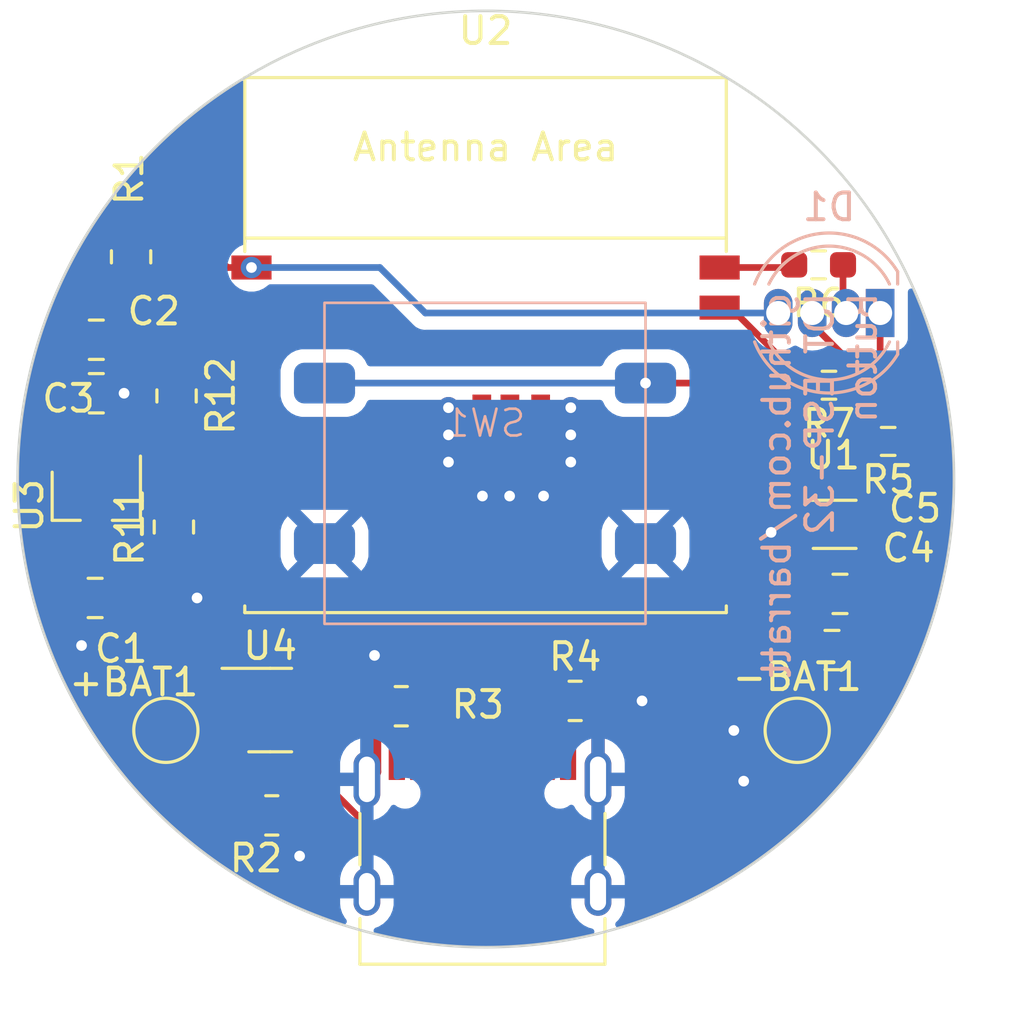
<source format=kicad_pcb>
(kicad_pcb (version 20221018) (generator pcbnew)
  (layers (0 "F.Cu" signal) (31 "B.Cu" signal) (34 "B.Paste" user) (35 "F.Paste" user) (36 "B.SilkS" user "B.Silkscreen") (37 "F.SilkS" user "F.Silkscreen") (38 "B.Mask" user) (39 "F.Mask" user) (44 "Edge.Cuts" user))
  (net 0 "")
  (net 1 "GND")
  (net 2 "+BATT")
  (net 3 "Net-(J1-D+-PadA6)")
  (net 4 "Net-(J1-D--PadA7)")
  (net 6 "+3.3V")
  (net 7 "+5V")
  (net 9 "Net-(J1-CC1)")
  (net 10 "Net-(J1-CC2)")
  (net 11 "Net-(U4-PROG)")
  (net 15 "Net-(D1-RK)")
  (net 16 "Net-(D1-GK)")
  (net 17 "Net-(D1-BK)")
  (net 18 "Net-(U2-GPIO1{slash}ADC1_CH1{slash}XTAL_32K_N)")
  (net 19 "Net-(U2-GPIO0{slash}ADC1_CH0{slash}XTAL_32K_P)")
  (net 20 "Net-(U2-GPIO2{slash}ADC1_CH2)")
  (net 21 "Net-(U2-GPIO4{slash}ADC1_CH4)")
  (net 25 "Net-(U2-EN{slash}CHIP_PU)")
  (net 29 "/D-")
  (net 30 "/D+")
  (net 31 "Net-(SW1-A)")
  (footprint "Capacitor_SMD:C_0805_2012Metric_Pad1.18x1.45mm_HandSolder" (layer "F.Cu") (at 105.2 78.2)
    (fp_text reference "C2" (at 2.15 -3.065) (layer "F.SilkS"))
    (fp_text value "10uF")
    (fp_line (start -0.261252 -0.735) (end 0.261252 -0.735) (stroke (width 0.12)) (layer "F.SilkS"))
    (fp_line (start -0.261252 0.735) (end 0.261252 0.735) (stroke (width 0.12)) (layer "F.SilkS"))
    (pad "1" smd roundrect (at -1.0375 0) (size 1.175 1.45) (layers "F.Cu" "F.Paste" "F.Mask") (roundrect_rratio 0.2127659574) (net 6 "+3.3V"))
    (pad "2" smd roundrect (at 1.0375 0) (size 1.175 1.45) (layers "F.Cu" "F.Paste" "F.Mask") (roundrect_rratio 0.2127659574) (net 1 "GND"))
  )
  (footprint "Capacitor_SMD:C_0805_2012Metric_Pad1.18x1.45mm_HandSolder" (layer "F.Cu") (at 132.7 87.8)
    (fp_text reference "C4" (at 2.864 -3.806) (layer "F.SilkS"))
    (fp_text value "4.7uF")
    (fp_line (start -0.261252 -0.735) (end 0.261252 -0.735) (stroke (width 0.12)) (layer "F.SilkS"))
    (fp_line (start -0.261252 0.735) (end 0.261252 0.735) (stroke (width 0.12)) (layer "F.SilkS"))
    (pad "1" smd roundrect (at -1.0375 0) (size 1.175 1.45) (layers "F.Cu" "F.Paste" "F.Mask") (roundrect_rratio 0.2127659574) (net 7 "+5V"))
    (pad "2" smd roundrect (at 1.0375 0) (size 1.175 1.45) (layers "F.Cu" "F.Paste" "F.Mask") (roundrect_rratio 0.2127659574) (net 1 "GND"))
  )
  (footprint "Resistor_SMD:R_0805_2012Metric_Pad1.20x1.40mm_HandSolder" (layer "F.Cu") (at 111.76 93.98)
    (fp_text reference "R2" (at -0.59 1.6) (layer "F.SilkS"))
    (fp_text value "2k")
    (fp_line (start -0.227064 -0.735) (end 0.227064 -0.735) (stroke (width 0.12)) (layer "F.SilkS"))
    (fp_line (start -0.227064 0.735) (end 0.227064 0.735) (stroke (width 0.12)) (layer "F.SilkS"))
    (pad "1" smd roundrect (at -1 0) (size 1.2 1.4) (layers "F.Cu" "F.Paste" "F.Mask") (roundrect_rratio 0.2083333333) (net 11 "Net-(U4-PROG)"))
    (pad "2" smd roundrect (at 1 0) (size 1.2 1.4) (layers "F.Cu" "F.Paste" "F.Mask") (roundrect_rratio 0.2083333333) (net 1 "GND"))
  )
  (footprint "Resistor_SMD:R_0603_1608Metric_Pad0.98x0.95mm_HandSolder" (layer "F.Cu") (at 132.5875 77.9 180)
    (fp_text reference "R7" (at 0 -1.43 180) (layer "F.SilkS"))
    (fp_text value "100")
    (fp_line (start -0.254724 -0.5225) (end 0.254724 -0.5225) (stroke (width 0.12)) (layer "F.SilkS"))
    (fp_line (start -0.254724 0.5225) (end 0.254724 0.5225) (stroke (width 0.12)) (layer "F.SilkS"))
    (pad "1" smd roundrect (at -0.9125 0 180) (size 0.975 0.95) (layers "F.Cu" "F.Paste" "F.Mask") (net 17 "Net-(D1-BK)"))
    (pad "2" smd roundrect (at 0.9125 0 180) (size 0.975 0.95) (layers "F.Cu" "F.Paste" "F.Mask") (net 20 "Net-(U2-GPIO2{slash}ADC1_CH2)"))
  )
  (footprint "Capacitor_SMD:C_0805_2012Metric_Pad1.18x1.45mm_HandSolder" (layer "F.Cu") (at 105.156 85.852 180)
    (fp_text reference "C1" (at -0.974 -1.898) (layer "F.SilkS"))
    (fp_text value "4.7uF")
    (fp_line (start -0.261252 -0.735) (end 0.261252 -0.735) (stroke (width 0.12)) (layer "F.SilkS"))
    (fp_line (start -0.261252 0.735) (end 0.261252 0.735) (stroke (width 0.12)) (layer "F.SilkS"))
    (pad "1" smd roundrect (at -1.0375 0 180) (size 1.175 1.45) (layers "F.Cu" "F.Paste" "F.Mask") (roundrect_rratio 0.2127659574) (net 2 "+BATT"))
    (pad "2" smd roundrect (at 1.0375 0 180) (size 1.175 1.45) (layers "F.Cu" "F.Paste" "F.Mask") (roundrect_rratio 0.2127659574) (net 1 "GND"))
  )
  (footprint "Resistor_SMD:R_0805_2012Metric_Pad1.20x1.40mm_HandSolder" (layer "F.Cu") (at 116.6 89.9 180)
    (fp_text reference "R3" (at -2.86 0.06) (layer "F.SilkS"))
    (fp_text value "5k1")
    (fp_line (start -0.227064 -0.735) (end 0.227064 -0.735) (stroke (width 0.12)) (layer "F.SilkS"))
    (fp_line (start -0.227064 0.735) (end 0.227064 0.735) (stroke (width 0.12)) (layer "F.SilkS"))
    (pad "1" smd roundrect (at -1 0 180) (size 1.2 1.4) (layers "F.Cu" "F.Paste" "F.Mask") (roundrect_rratio 0.2083333333) (net 9 "Net-(J1-CC1)"))
    (pad "2" smd roundrect (at 1 0 180) (size 1.2 1.4) (layers "F.Cu" "F.Paste" "F.Mask") (roundrect_rratio 0.2083333333) (net 1 "GND"))
  )
  (footprint "TestPoint:TestPoint_Pad_D2.0mm" (layer "F.Cu") (at 131.4 90.8)
    (fp_text reference "-BAT1" (at 0 -1.998) (layer "F.SilkS"))
    (fp_text value "GND")
    (fp_circle (center 0 0) (end 0 1.2) (stroke (width 0.12)) (fill none) (layer "F.SilkS"))
    (pad "1" smd circle (at 0 0) (size 2 2) (layers "F.Cu" "F.Mask") (net 1 "GND"))
  )
  (footprint "Resistor_SMD:R_0603_1608Metric_Pad0.98x0.95mm_HandSolder" (layer "F.Cu") (at 134.8 80 180)
    (fp_text reference "R5" (at 0 -1.43 180) (layer "F.SilkS"))
    (fp_text value "100")
    (fp_line (start -0.254724 -0.5225) (end 0.254724 -0.5225) (stroke (width 0.12)) (layer "F.SilkS"))
    (fp_line (start -0.254724 0.5225) (end 0.254724 0.5225) (stroke (width 0.12)) (layer "F.SilkS"))
    (pad "1" smd roundrect (at -0.9125 0 180) (size 0.975 0.95) (layers "F.Cu" "F.Paste" "F.Mask") (net 15 "Net-(D1-RK)"))
    (pad "2" smd roundrect (at 0.9125 0 180) (size 0.975 0.95) (layers "F.Cu" "F.Paste" "F.Mask") (net 18 "Net-(U2-GPIO1{slash}ADC1_CH1{slash}XTAL_32K_N)"))
  )
  (footprint "Resistor_SMD:R_0805_2012Metric_Pad1.20x1.40mm_HandSolder" (layer "F.Cu") (at 108.2 78.3 -90)
    (fp_text reference "R12" (at 0 -1.65 90) (layer "F.SilkS"))
    (fp_text value "100k")
    (fp_line (start -0.227064 -0.735) (end 0.227064 -0.735) (stroke (width 0.12)) (layer "F.SilkS"))
    (fp_line (start -0.227064 0.735) (end 0.227064 0.735) (stroke (width 0.12)) (layer "F.SilkS"))
    (pad "1" smd roundrect (at -1 0 270) (size 1.2 1.4) (layers "F.Cu" "F.Paste" "F.Mask") (roundrect_rratio 0.2083333333) (net 1 "GND"))
    (pad "2" smd roundrect (at 1 0 270) (size 1.2 1.4) (layers "F.Cu" "F.Paste" "F.Mask") (roundrect_rratio 0.2083333333) (net 21 "Net-(U2-GPIO4{slash}ADC1_CH4)"))
  )
  (footprint "PCM_Espressif:ESP32-C3-WROOM-02" (layer "F.Cu") (at 119.75 79.4)
    (fp_text reference "U2" (at 0 -14.75) (layer "F.SilkS"))
    (fp_text value "ESP32-C3-WROOM-02")
    (fp_text user "Antenna Area" (at 0 -10.4) (layer "F.SilkS"))
    (fp_line (start -9 -13) (end -9 -6.5) (stroke (width 0.12)) (layer "F.SilkS"))
    (fp_line (start -9 -13) (end 9 -13) (stroke (width 0.12)) (layer "F.SilkS"))
    (fp_line (start -9 7) (end -9 6.75) (stroke (width 0.12)) (layer "F.SilkS"))
    (fp_line (start 9 -13) (end 9 -6.5) (stroke (width 0.12)) (layer "F.SilkS"))
    (fp_line (start 9 -7) (end -8.95 -7) (stroke (width 0.12)) (layer "F.SilkS"))
    (fp_line (start 9 6.75) (end 9 7) (stroke (width 0.12)) (layer "F.SilkS"))
    (fp_line (start 9 7) (end -9 7) (stroke (width 0.12)) (layer "F.SilkS"))
    (pad "1" smd rect (at -8.75 -5.9) (size 1.5 0.9) (layers "F.Cu" "F.Paste" "F.Mask") (net 6 "+3.3V"))
    (pad "2" smd rect (at -8.75 -4.4) (size 1.5 0.9) (layers "F.Cu" "F.Paste" "F.Mask") (net 25 "Net-(U2-EN{slash}CHIP_PU)"))
    (pad "3" smd rect (at -8.75 -2.9) (size 1.5 0.9) (layers "F.Cu" "F.Paste" "F.Mask") (net 21 "Net-(U2-GPIO4{slash}ADC1_CH4)"))
    (pad "4" smd rect (at -8.75 -1.4) (size 1.5 0.9) (layers "F.Cu" "F.Paste" "F.Mask"))
    (pad "5" smd rect (at -8.75 0.1) (size 1.5 0.9) (layers "F.Cu" "F.Paste" "F.Mask"))
    (pad "6" smd rect (at -8.75 1.6) (size 1.5 0.9) (layers "F.Cu" "F.Paste" "F.Mask"))
    (pad "7" smd rect (at -8.75 3.1) (size 1.5 0.9) (layers "F.Cu" "F.Paste" "F.Mask"))
    (pad "8" smd rect (at -8.75 4.6) (size 1.5 0.9) (layers "F.Cu" "F.Paste" "F.Mask"))
    (pad "9" smd rect (at -8.75 6.1) (size 1.5 0.9) (layers "F.Cu" "F.Paste" "F.Mask") (net 1 "GND"))
    (pad "10" smd rect (at 8.75 6.1 180) (size 1.5 0.9) (layers "F.Cu" "F.Paste" "F.Mask"))
    (pad "11" smd rect (at 8.75 4.6 180) (size 1.5 0.9) (layers "F.Cu" "F.Paste" "F.Mask"))
    (pad "12" smd rect (at 8.75 3.1 180) (size 1.5 0.9) (layers "F.Cu" "F.Paste" "F.Mask"))
    (pad "13" smd rect (at 8.75 1.6 180) (size 1.5 0.9) (layers "F.Cu" "F.Paste" "F.Mask") (net 29 "/D-"))
    (pad "14" smd rect (at 8.75 0.1 180) (size 1.5 0.9) (layers "F.Cu" "F.Paste" "F.Mask") (net 30 "/D+"))
    (pad "15" smd rect (at 8.75 -1.4 180) (size 1.5 0.9) (layers "F.Cu" "F.Paste" "F.Mask") (net 31 "Net-(SW1-A)"))
    (pad "16" smd rect (at 8.75 -2.9 180) (size 1.5 0.9) (layers "F.Cu" "F.Paste" "F.Mask") (net 20 "Net-(U2-GPIO2{slash}ADC1_CH2)"))
    (pad "17" smd rect (at 8.75 -4.4 180) (size 1.5 0.9) (layers "F.Cu" "F.Paste" "F.Mask") (net 18 "Net-(U2-GPIO1{slash}ADC1_CH1{slash}XTAL_32K_N)"))
    (pad "18" smd rect (at 8.75 -5.9 180) (size 1.5 0.9) (layers "F.Cu" "F.Paste" "F.Mask") (net 19 "Net-(U2-GPIO0{slash}ADC1_CH0{slash}XTAL_32K_P)"))
    (pad "19" smd rect (at -0.14 -0.8 180) (size 0.7 0.7) (layers "F.Cu" "F.Paste" "F.Mask") (net 1 "GND"))
    (pad "19" smd rect (at -0.14 0.3 180) (size 0.7 0.7) (layers "F.Cu" "F.Paste" "F.Mask") (net 1 "GND"))
    (pad "19" smd rect (at -0.14 1.4 180) (size 0.7 0.7) (layers "F.Cu" "F.Paste" "F.Mask") (net 1 "GND"))
    (pad "19" smd rect (at 0.91 -0.8 180) (size 0.7 0.7) (layers "F.Cu" "F.Paste" "F.Mask") (net 1 "GND"))
    (pad "19" smd rect (at 0.91 0.3 180) (size 0.7 0.7) (layers "F.Cu" "F.Paste" "F.Mask") (net 1 "GND"))
    (pad "19" smd rect (at 0.91 1.4 180) (size 0.7 0.7) (layers "F.Cu" "F.Paste" "F.Mask") (net 1 "GND"))
    (pad "19" smd rect (at 2.06 -0.8 180) (size 0.7 0.7) (layers "F.Cu" "F.Paste" "F.Mask") (net 1 "GND"))
    (pad "19" smd rect (at 2.06 0.3 180) (size 0.7 0.7) (layers "F.Cu" "F.Paste" "F.Mask") (net 1 "GND"))
    (pad "19" smd rect (at 2.06 1.4 180) (size 0.7 0.7) (layers "F.Cu" "F.Paste" "F.Mask") (net 1 "GND"))
    (zone (net 0) (net_name "") (layers "*.Cu") (name "antenna keepout") (connect_pads (clearance 0)) (min_thickness 0.254)
      (keepout (tracks not_allowed) (vias not_allowed) (pads not_allowed) (copperpour not_allowed) (footprints not_allowed))
      (fill (thermal_gap 0.508) (thermal_bridge_width 0.508))
      (polygon (pts (xy 128.75 72.4) (xy 110.75 72.4) (xy 110.75 66.4) (xy 128.75 66.4)))
    )
  )
  (footprint "Connector_USB:USB_C_Receptacle_G-Switch_GT-USB-7010ASV" (layer "F.Cu") (at 119.634 95.758)
    (fp_text reference "J1" hide)
    (fp_text value "USB_C_Receptacle_USB2.0")
    (fp_line (start -4.58 -1.85) (end -4.58 0.07) (stroke (width 0.12)) (layer "F.SilkS"))
    (fp_line (start -4.58 3.785) (end -4.58 2.08) (stroke (width 0.12)) (layer "F.SilkS"))
    (fp_line (start 4.58 0.07) (end 4.58 -1.85) (stroke (width 0.12)) (layer "F.SilkS"))
    (fp_line (start 4.58 2.08) (end 4.58 3.785) (stroke (width 0.12)) (layer "F.SilkS"))
    (fp_line (start 4.58 3.785) (end -4.58 3.785) (stroke (width 0.12)) (layer "F.SilkS"))
    (pad "" np_thru_hole circle (at -2.89 -2.605) (size 0.65 0.65) (drill 0.65) (layers "*.Cu" "*.Mask"))
    (pad "" np_thru_hole circle (at 2.89 -2.605) (size 0.65 0.65) (drill 0.65) (layers "*.Cu" "*.Mask"))
    (pad "A1" smd rect (at -3.2 -3.725) (size 0.6 1.24) (layers "F.Cu" "F.Paste" "F.Mask") (net 1 "GND"))
    (pad "A4" smd rect (at -2.4 -3.725) (size 0.6 1.24) (layers "F.Cu" "F.Paste" "F.Mask") (net 7 "+5V"))
    (pad "A5" smd rect (at -1.25 -3.725) (size 0.3 1.24) (layers "F.Cu" "F.Paste" "F.Mask") (net 9 "Net-(J1-CC1)"))
    (pad "A6" smd rect (at -0.25 -3.725) (size 0.3 1.24) (layers "F.Cu" "F.Paste" "F.Mask") (net 3 "Net-(J1-D+-PadA6)"))
    (pad "A7" smd rect (at 0.25 -3.725) (size 0.3 1.24) (layers "F.Cu" "F.Paste" "F.Mask") (net 4 "Net-(J1-D--PadA7)"))
    (pad "A8" smd rect (at 1.25 -3.725) (size 0.3 1.24) (layers "F.Cu" "F.Paste" "F.Mask"))
    (pad "A9" smd rect (at 2.4 -3.725) (size 0.6 1.24) (layers "F.Cu" "F.Paste" "F.Mask") (net 7 "+5V"))
    (pad "A12" smd rect (at 3.2 -3.725) (size 0.6 1.24) (layers "F.Cu" "F.Paste" "F.Mask") (net 1 "GND"))
    (pad "B1" smd rect (at 3.2 -3.725) (size 0.6 1.24) (layers "F.Cu" "F.Paste" "F.Mask") (net 1 "GND"))
    (pad "B4" smd rect (at 2.4 -3.725) (size 0.6 1.24) (layers "F.Cu" "F.Paste" "F.Mask") (net 7 "+5V"))
    (pad "B5" smd rect (at 1.75 -3.725) (size 0.3 1.24) (layers "F.Cu" "F.Paste" "F.Mask") (net 10 "Net-(J1-CC2)"))
    (pad "B6" smd rect (at 0.75 -3.725) (size 0.3 1.24) (layers "F.Cu" "F.Paste" "F.Mask") (net 3 "Net-(J1-D+-PadA6)"))
    (pad "B7" smd rect (at -0.75 -3.725) (size 0.3 1.24) (layers "F.Cu" "F.Paste" "F.Mask") (net 4 "Net-(J1-D--PadA7)"))
    (pad "B8" smd rect (at -1.75 -3.725) (size 0.3 1.24) (layers "F.Cu" "F.Paste" "F.Mask"))
    (pad "B9" smd rect (at -2.4 -3.725) (size 0.6 1.24) (layers "F.Cu" "F.Paste" "F.Mask") (net 7 "+5V"))
    (pad "B12" smd rect (at -3.2 -3.725) (size 0.6 1.24) (layers "F.Cu" "F.Paste" "F.Mask") (net 1 "GND"))
    (pad "S1" thru_hole oval (at -4.32 -3.125) (size 1 2.1) (drill oval 0.6 1.7) (layers "*.Cu" "*.Mask") (net 1 "GND"))
    (pad "S1" thru_hole oval (at -4.32 1.075) (size 1 1.8) (drill oval 0.6 1.4) (layers "*.Cu" "*.Mask") (net 1 "GND"))
    (pad "S1" thru_hole oval (at 4.32 -3.125) (size 1 2.1) (drill oval 0.6 1.7) (layers "*.Cu" "*.Mask") (net 1 "GND"))
    (pad "S1" thru_hole oval (at 4.32 1.075) (size 1 1.8) (drill oval 0.6 1.4) (layers "*.Cu" "*.Mask") (net 1 "GND"))
  )
  (footprint "Package_TO_SOT_SMD:SC-59_Handsoldering" (layer "F.Cu") (at 105.2 82 -90)
    (fp_text reference "U3" (at 0.408 2.509 90) (layer "F.SilkS"))
    (fp_text value "~")
    (fp_line (start -1.45 -1.65) (end 0.95 -1.65) (stroke (width 0.12)) (layer "F.SilkS"))
    (fp_line (start -0.85 1.65) (end 0.95 1.65) (stroke (width 0.12)) (layer "F.SilkS"))
    (fp_line (start 0.95 -1.65) (end 0.95 -0.6) (stroke (width 0.12)) (layer "F.SilkS"))
    (fp_line (start 0.95 1.65) (end 0.95 0.6) (stroke (width 0.12)) (layer "F.SilkS"))
    (pad "1" smd rect (at -1.65 -0.95 270) (size 1.8 0.8) (layers "F.Cu" "F.Paste" "F.Mask") (net 1 "GND"))
    (pad "2" smd rect (at -1.65 0.95 270) (size 1.8 0.8) (layers "F.Cu" "F.Paste" "F.Mask") (net 6 "+3.3V"))
    (pad "3" smd rect (at 1.65 0 270) (size 1.8 0.8) (layers "F.Cu" "F.Paste" "F.Mask") (net 2 "+BATT"))
  )
  (footprint "Capacitor_SMD:C_0805_2012Metric_Pad1.18x1.45mm_HandSolder" (layer "F.Cu") (at 105.2 76.2)
    (fp_text reference "C3" (at -1.04 2.196) (layer "F.SilkS"))
    (fp_text value "4.7uF")
    (fp_line (start -0.261252 -0.735) (end 0.261252 -0.735) (stroke (width 0.12)) (layer "F.SilkS"))
    (fp_line (start -0.261252 0.735) (end 0.261252 0.735) (stroke (width 0.12)) (layer "F.SilkS"))
    (pad "1" smd roundrect (at -1.0375 0) (size 1.175 1.45) (layers "F.Cu" "F.Paste" "F.Mask") (roundrect_rratio 0.2127659574) (net 6 "+3.3V"))
    (pad "2" smd roundrect (at 1.0375 0) (size 1.175 1.45) (layers "F.Cu" "F.Paste" "F.Mask") (roundrect_rratio 0.2127659574) (net 1 "GND"))
  )
  (footprint "Package_TO_SOT_SMD:SOT-666" (layer "F.Cu") (at 132.8 83.1)
    (fp_text reference "U1" (at -0.06 -2.58) (layer "F.SilkS"))
    (fp_text value "USBLC6-2P6")
    (fp_line (start -0.8 0.9) (end 0.8 0.9) (stroke (width 0.12)) (layer "F.SilkS"))
    (fp_line (start 0.8 -0.9) (end -1.1 -0.9) (stroke (width 0.12)) (layer "F.SilkS"))
    (pad "1" smd rect (at -0.85 -0.5375) (size 0.5 0.375) (layers "F.Cu" "F.Paste" "F.Mask") (net 4 "Net-(J1-D--PadA7)"))
    (pad "2" smd rect (at -0.925 0) (size 0.65 0.3) (layers "F.Cu" "F.Paste" "F.Mask") (net 1 "GND"))
    (pad "3" smd rect (at -0.85 0.5375) (size 0.5 0.375) (layers "F.Cu" "F.Paste" "F.Mask") (net 3 "Net-(J1-D+-PadA6)"))
    (pad "4" smd rect (at 0.85 0.5375) (size 0.5 0.375) (layers "F.Cu" "F.Paste" "F.Mask") (net 30 "/D+"))
    (pad "5" smd rect (at 0.925 0) (size 0.65 0.3) (layers "F.Cu" "F.Paste" "F.Mask") (net 7 "+5V"))
    (pad "6" smd rect (at 0.85 -0.5375) (size 0.5 0.375) (layers "F.Cu" "F.Paste" "F.Mask") (net 29 "/D-"))
  )
  (footprint "TestPoint:TestPoint_Pad_D2.0mm" (layer "F.Cu") (at 107.8 90.8)
    (fp_text reference "+BAT1" (at -1.2 -1.8) (layer "F.SilkS"))
    (fp_text value "+BATT")
    (fp_circle (center 0 0) (end 0 1.2) (stroke (width 0.12)) (fill none) (layer "F.SilkS"))
    (pad "1" smd circle (at 0 0) (size 2 2) (layers "F.Cu" "F.Mask") (net 2 "+BATT"))
  )
  (footprint "Capacitor_SMD:C_0805_2012Metric_Pad1.18x1.45mm_HandSolder" (layer "F.Cu") (at 133 85.7)
    (fp_text reference "C5" (at 2.804 -3.194) (layer "F.SilkS"))
    (fp_text value "4.7uF")
    (fp_line (start -0.261252 -0.735) (end 0.261252 -0.735) (stroke (width 0.12)) (layer "F.SilkS"))
    (fp_line (start -0.261252 0.735) (end 0.261252 0.735) (stroke (width 0.12)) (layer "F.SilkS"))
    (pad "1" smd roundrect (at -1.0375 0) (size 1.175 1.45) (layers "F.Cu" "F.Paste" "F.Mask") (roundrect_rratio 0.2127659574) (net 7 "+5V"))
    (pad "2" smd roundrect (at 1.0375 0) (size 1.175 1.45) (layers "F.Cu" "F.Paste" "F.Mask") (roundrect_rratio 0.2127659574) (net 1 "GND"))
  )
  (footprint "Resistor_SMD:R_0603_1608Metric_Pad0.98x0.95mm_HandSolder" (layer "F.Cu") (at 132.2 73.4 180)
    (fp_text reference "R6" (at 0 -1.43 180) (layer "F.SilkS"))
    (fp_text value "100")
    (fp_line (start -0.254724 -0.5225) (end 0.254724 -0.5225) (stroke (width 0.12)) (layer "F.SilkS"))
    (fp_line (start -0.254724 0.5225) (end 0.254724 0.5225) (stroke (width 0.12)) (layer "F.SilkS"))
    (pad "1" smd roundrect (at -0.9125 0 180) (size 0.975 0.95) (layers "F.Cu" "F.Paste" "F.Mask") (net 16 "Net-(D1-GK)"))
    (pad "2" smd roundrect (at 0.9125 0 180) (size 0.975 0.95) (layers "F.Cu" "F.Paste" "F.Mask") (net 19 "Net-(U2-GPIO0{slash}ADC1_CH0{slash}XTAL_32K_P)"))
  )
  (footprint "Resistor_SMD:R_0805_2012Metric_Pad1.20x1.40mm_HandSolder" (layer "F.Cu") (at 106.5 73.1 -90)
    (fp_text reference "R1" (at -2.915 0.072 90) (layer "F.SilkS"))
    (fp_text value "4k7")
    (fp_line (start -0.227064 -0.735) (end 0.227064 -0.735) (stroke (width 0.12)) (layer "F.SilkS"))
    (fp_line (start -0.227064 0.735) (end 0.227064 0.735) (stroke (width 0.12)) (layer "F.SilkS"))
    (pad "1" smd roundrect (at -1 0 270) (size 1.2 1.4) (layers "F.Cu" "F.Paste" "F.Mask") (roundrect_rratio 0.2083333333) (net 6 "+3.3V"))
    (pad "2" smd roundrect (at 1 0 270) (size 1.2 1.4) (layers "F.Cu" "F.Paste" "F.Mask") (roundrect_rratio 0.2083333333) (net 25 "Net-(U2-EN{slash}CHIP_PU)"))
  )
  (footprint "Resistor_SMD:R_0805_2012Metric_Pad1.20x1.40mm_HandSolder" (layer "F.Cu") (at 123.1 89.7)
    (fp_text reference "R4" (at 0 -1.65) (layer "F.SilkS"))
    (fp_text value "5k1")
    (fp_line (start -0.227064 -0.735) (end 0.227064 -0.735) (stroke (width 0.12)) (layer "F.SilkS"))
    (fp_line (start -0.227064 0.735) (end 0.227064 0.735) (stroke (width 0.12)) (layer "F.SilkS"))
    (pad "1" smd roundrect (at -1 0) (size 1.2 1.4) (layers "F.Cu" "F.Paste" "F.Mask") (roundrect_rratio 0.2083333333) (net 10 "Net-(J1-CC2)"))
    (pad "2" smd roundrect (at 1 0) (size 1.2 1.4) (layers "F.Cu" "F.Paste" "F.Mask") (roundrect_rratio 0.2083333333) (net 1 "GND"))
  )
  (footprint "Resistor_SMD:R_0805_2012Metric_Pad1.20x1.40mm_HandSolder" (layer "F.Cu") (at 108.1 83.2 90)
    (fp_text reference "R11" (at 0 -1.65 90) (layer "F.SilkS"))
    (fp_text value "100k")
    (fp_line (start -0.227064 -0.735) (end 0.227064 -0.735) (stroke (width 0.12)) (layer "F.SilkS"))
    (fp_line (start -0.227064 0.735) (end 0.227064 0.735) (stroke (width 0.12)) (layer "F.SilkS"))
    (pad "1" smd roundrect (at -1 0 90) (size 1.2 1.4) (layers "F.Cu" "F.Paste" "F.Mask") (roundrect_rratio 0.2083333333) (net 2 "+BATT"))
    (pad "2" smd roundrect (at 1 0 90) (size 1.2 1.4) (layers "F.Cu" "F.Paste" "F.Mask") (roundrect_rratio 0.2083333333) (net 21 "Net-(U2-GPIO4{slash}ADC1_CH4)"))
  )
  (footprint "Package_TO_SOT_SMD:SOT-23-5" (layer "F.Cu") (at 111.7 90.043)
    (fp_text reference "U4" (at 0 -2.4) (layer "F.SilkS"))
    (fp_text value "MCP73831-2-OT")
    (fp_line (start 0 -1.56) (end -1.8 -1.56) (stroke (width 0.12)) (layer "F.SilkS"))
    (fp_line (start 0 -1.56) (end 0.8 -1.56) (stroke (width 0.12)) (layer "F.SilkS"))
    (fp_line (start 0 1.56) (end -0.8 1.56) (stroke (width 0.12)) (layer "F.SilkS"))
    (fp_line (start 0 1.56) (end 0.8 1.56) (stroke (width 0.12)) (layer "F.SilkS"))
    (pad "1" smd roundrect (at -1.1375 -0.95) (size 1.325 0.6) (layers "F.Cu" "F.Paste" "F.Mask"))
    (pad "2" smd roundrect (at -1.1375 0) (size 1.325 0.6) (layers "F.Cu" "F.Paste" "F.Mask") (net 1 "GND"))
    (pad "3" smd roundrect (at -1.1375 0.95) (size 1.325 0.6) (layers "F.Cu" "F.Paste" "F.Mask") (net 2 "+BATT"))
    (pad "4" smd roundrect (at 1.1375 0.95) (size 1.325 0.6) (layers "F.Cu" "F.Paste" "F.Mask") (net 7 "+5V"))
    (pad "5" smd roundrect (at 1.1375 -0.95) (size 1.325 0.6) (layers "F.Cu" "F.Paste" "F.Mask") (net 11 "Net-(U4-PROG)"))
  )
  (footprint "LED_THT:LED_D5.0mm-4_RGB" (layer "B.Cu") (at 134.5 75.2 180)
    (fp_text reference "D1" (at 1.905 3.96) (layer "B.SilkS") (effects (justify mirror)))
    (fp_text value "LED_RGBA")
    (fp_line (start -0.655 -1.08) (end -0.655 -1.545) (stroke (width 0.12)) (layer "B.SilkS"))
    (fp_line (start -0.655 1.545) (end -0.655 1.08) (stroke (width 0.12)) (layer "B.SilkS"))
    (fp_arc (start -0.655 -1.54483) (mid 2.163456 -2.978809) (end 4.692815 -1.080827) (stroke (width 0.12)) (layer "B.SilkS"))
    (fp_arc (start -0.349684 -1.08) (mid 1.904762 -2.5) (end 4.159479 -1.080429) (stroke (width 0.12)) (layer "B.SilkS"))
    (fp_arc (start 4.159479 1.080429) (mid 1.904762 2.5) (end -0.349684 1.08) (stroke (width 0.12)) (layer "B.SilkS"))
    (fp_arc (start 4.692815 1.080827) (mid 2.163456 2.978808) (end -0.655 1.54483) (stroke (width 0.12)) (layer "B.SilkS"))
    (pad "1" thru_hole rect (at 0 0 180) (size 1.07 1.8) (drill 0.9) (layers "*.Cu" "*.Mask") (net 15 "Net-(D1-RK)"))
    (pad "2" thru_hole oval (at 1.27 0 180) (size 1.07 1.8) (drill 0.9) (layers "*.Cu" "*.Mask") (net 16 "Net-(D1-GK)"))
    (pad "3" thru_hole oval (at 2.54 0 180) (size 1.07 1.8) (drill 0.9) (layers "*.Cu" "*.Mask") (net 17 "Net-(D1-BK)"))
    (pad "4" thru_hole oval (at 3.81 0 180) (size 1.07 1.8) (drill 0.9) (layers "*.Cu" "*.Mask") (net 6 "+3.3V"))
  )
  (footprint "myfootprints:tact12x12" (layer "B.Cu") (at 119.73 79.82 180)
    (fp_text reference "SW1" (at 0 0.5 unlocked) (layer "B.SilkS") (effects (font (thickness 0.1)) (justify mirror)))
    (fp_text value "SW_SPST")
    (fp_rect (start -6 5) (end 6 -7) (stroke (width 0.1)) (fill none) (layer "B.SilkS"))
    (pad "1" smd roundrect (at -6 2 180) (size 2.286 1.524) (layers "B.Cu" "B.Paste" "B.Mask") (net 31 "Net-(SW1-A)"))
    (pad "1" smd roundrect (at 6 2 180) (size 2.286 1.524) (layers "B.Cu" "B.Paste" "B.Mask") (net 31 "Net-(SW1-A)"))
    (pad "2" smd roundrect (at -6 -4 180) (size 2.286 1.524) (layers "B.Cu" "B.Paste" "B.Mask") (net 1 "GND"))
    (pad "2" smd roundrect (at 6 -4 180) (size 2.286 1.524) (layers "B.Cu" "B.Paste" "B.Mask") (net 1 "GND"))
  )
  (gr_circle (center 119.761 81.407) (end 137.261 81.407) (stroke (width 0.1)) (fill none) (layer "Edge.Cuts"))
  (gr_text "github.com/barratt\nIOT ESP-32\nButton\n" (at 134.44 74.35 90) (layer "B.SilkS") (effects (font (size 1 1)) (justify left bottom mirror)))
  (segment (start 106.15 80.35) (end 106.15 78.2875) (width 0.25) (layer "F.Cu") (net 1))
  (segment (start 122.908 80.8) (end 122.936 80.772) (width 0.25) (layer "F.Cu") (net 1))
  (segment (start 124.1 89.9) (end 124.1 89.7) (width 0.25) (layer "F.Cu") (net 1))
  (segment (start 115.6 89.9) (end 115.6 88) (width 0.5) (layer "F.Cu") (net 1))
  (segment (start 121.81 81.932) (end 121.92 82.042) (width 0.25) (layer "F.Cu") (net 1))
  (segment (start 120.66 78.6) (end 120.66 80.8) (width 0.25) (layer "F.Cu") (net 1))
  (segment (start 107.3 78.2) (end 108.2 77.3) (width 0.25) (layer "F.Cu") (net 1))
  (segment (start 115.6 89.9) (end 115.6 92.347) (width 0.5) (layer "F.Cu") (net 1))
  (segment (start 124.1 89.7) (end 125.6 89.7) (width 0.5) (layer "F.Cu") (net 1))
  (segment (start 119.61 80.8) (end 119.61 82.018) (width 0.25) (layer "F.Cu") (net 1))
  (segment (start 122.834 91.166) (end 124.1 89.9) (width 0.5) (layer "F.Cu") (net 1))
  (segment (start 120.66 80.8) (end 120.66 82.032) (width 0.25) (layer "F.Cu") (net 1))
  (segment (start 121.81 80.8) (end 122.908 80.8) (width 0.25) (layer "F.Cu") (net 1))
  (segment (start 104.1185 85.852) (end 104.1185 87.1005) (width 0.25) (layer "F.Cu") (net 1))
  (segment (start 118.504 78.6) (end 118.364 78.74) (width 0.25) (layer "F.Cu") (net 1))
  (segment (start 119.61 82.018) (end 119.634 82.042) (width 0.25) (layer "F.Cu") (net 1))
  (segment (start 109.855 90.043) (end 110.5625 90.043) (width 0.25) (layer "F.Cu") (net 1))
  (segment (start 122.796 78.6) (end 122.936 78.74) (width 0.25) (layer "F.Cu") (net 1))
  (segment (start 133.7375 86) (end 134.0375 85.7) (width 0.25) (layer "F.Cu") (net 1))
  (segment (start 119.61 80.8) (end 118.392 80.8) (width 0.25) (layer "F.Cu") (net 1))
  (segment (start 122.834 92.033) (end 122.834 91.166) (width 0.5) (layer "F.Cu") (net 1))
  (segment (start 121.81 80.8) (end 121.81 78.6) (width 0.25) (layer "F.Cu") (net 1))
  (segment (start 119.61 80.8) (end 121.81 80.8) (width 0.25) (layer "F.Cu") (net 1))
  (segment (start 108.966 89.154) (end 109.855 90.043) (width 0.25) (layer "F.Cu") (net 1))
  (segment (start 119.61 78.6) (end 121.81 78.6) (width 0.25) (layer "F.Cu") (net 1))
  (segment (start 130.7245 83.1) (end 130.4245 83.4) (width 0.25) (layer "F.Cu") (net 1))
  (segment (start 111 85.5) (end 109.318 85.5) (width 0.25) (layer "F.Cu") (net 1))
  (segment (start 121.81 78.6) (end 122.796 78.6) (width 0.25) (layer "F.Cu") (net 1))
  (segment (start 106.2375 78.2) (end 107.3 78.2) (width 0.25) (layer "F.Cu") (net 1))
  (segment (start 118.42 79.7) (end 118.364 79.756) (width 0.25) (layer "F.Cu") (net 1))
  (segment (start 112.76 93.98) (end 112.76 95.46) (width 0.5) (layer "F.Cu") (net 1))
  (segment (start 106.15 78.2875) (end 106.2375 78.2) (width 0.25) (layer "F.Cu") (net 1))
  (segment (start 115.6 92.347) (end 115.314 92.633) (width 0.5) (layer "F.Cu") (net 1))
  (segment (start 119.61 78.6) (end 119.61 80.8) (width 0.25) (layer "F.Cu") (net 1))
  (segment (start 116.434 92.033) (end 116.434 90.734) (width 0.5) (layer "F.Cu") (net 1))
  (segment (start 131.875 83.1) (end 130.7245 83.1) (width 0.25) (layer "F.Cu") (net 1))
  (segment (start 129.032 90.805) (end 131.445 90.805) (width 0.5) (layer "F.Cu") (net 1))
  (segment (start 133.7375 87.8) (end 133.7375 86) (width 0.25) (layer "F.Cu") (net 1))
  (segment (start 116.434 90.734) (end 115.6 89.9) (width 0.5) (layer "F.Cu") (net 1))
  (segment (start 121.81 80.8) (end 121.81 81.932) (width 0.25) (layer "F.Cu") (net 1))
  (segment (start 121.81 79.7) (end 122.88 79.7) (width 0.25) (layer "F.Cu") (net 1))
  (segment (start 122.88 79.7) (end 122.936 79.756) (width 0.25) (layer "F.Cu") (net 1))
  (segment (start 131.4 90.8) (end 133.7375 88.4625) (width 0.25) (layer "F.Cu") (net 1))
  (segment (start 131.445 90.805) (end 131.295 90.805) (width 0.5) (layer "F.Cu") (net 1))
  (segment (start 124.1 89.7) (end 123.954 89.846) (width 0.25) (layer "F.Cu") (net 1))
  (segment (start 123.954 89.846) (end 123.954 92.633) (width 0.5) (layer "F.Cu") (net 1))
  (segment (start 119.61 79.7) (end 121.81 79.7) (width 0.25) (layer "F.Cu") (net 1))
  (segment (start 112.76 95.46) (end 112.8 95.5) (width 0.5) (layer "F.Cu") (net 1))
  (segment (start 118.392 80.8) (end 118.364 80.772) (width 0.25) (layer "F.Cu") (net 1))
  (segment (start 131.295 90.805) (end 129.4 92.7) (width 0.5) (layer "F.Cu") (net 1))
  (segment (start 119.61 79.7) (end 118.42 79.7) (width 0.25) (layer "F.Cu") (net 1))
  (segment (start 104.1185 87.1005) (end 104.14 87.122) (width 0.25) (layer "F.Cu") (net 1))
  (segment (start 104.14 87.122) (end 104.648 87.63) (width 0.25) (layer "F.Cu") (net 1))
  (segment (start 109.318 85.5) (end 108.966 85.852) (width 0.25) (layer "F.Cu") (net 1))
  (segment (start 133.7375 88.4625) (end 133.7375 87.8) (width 0.25) (layer "F.Cu") (net 1))
  (segment (start 120.66 82.032) (end 120.65 82.042) (width 0.25) (layer "F.Cu") (net 1))
  (segment (start 119.61 78.6) (end 118.504 78.6) (width 0.25) (layer "F.Cu") (net 1))
  (segment (start 108.966 85.852) (end 108.966 89.154) (width 0.25) (layer "F.Cu") (net 1))
  (segment (start 106.2375 76.2) (end 106.2375 78.2) (width 0.25) (layer "F.Cu") (net 1))
  (via (at 122.936 79.756) (size 0.8) (drill 0.4) (layers "F.Cu" "B.Cu") (net 1))
  (via (at 106.2375 78.2) (size 0.8) (drill 0.4) (layers "F.Cu" "B.Cu") (net 1))
  (via (at 121.92 82.042) (size 0.8) (drill 0.4) (layers "F.Cu" "B.Cu") (net 1))
  (via (at 118.364 78.74) (size 0.8) (drill 0.4) (layers "F.Cu" "B.Cu") (net 1))
  (via (at 112.8 95.5) (size 0.8) (drill 0.4) (layers "F.Cu" "B.Cu") (net 1))
  (via (at 119.634 82.042) (size 0.8) (drill 0.4) (layers "F.Cu" "B.Cu") (net 1))
  (via (at 129.032 90.805) (size 1.2) (drill 0.4) (layers "F.Cu" "B.Cu") (net 1))
  (via (at 108.966 85.852) (size 0.8) (drill 0.4) (layers "F.Cu" "B.Cu") (net 1))
  (via (at 118.364 79.756) (size 0.8) (drill 0.4) (layers "F.Cu" "B.Cu") (net 1))
  (via (at 129.4 92.7) (size 1.2) (drill 0.4) (layers "F.Cu" "B.Cu") (net 1))
  (via (at 115.6 88) (size 1.2) (drill 0.4) (layers "F.Cu" "B.Cu") (net 1))
  (via (at 118.364 80.772) (size 0.8) (drill 0.4) (layers "F.Cu" "B.Cu") (net 1))
  (via (at 130.4245 83.4) (size 0.8) (drill 0.4) (layers "F.Cu" "B.Cu") (net 1))
  (via (at 122.936 80.772) (size 0.8) (drill 0.4) (layers "F.Cu" "B.Cu") (net 1))
  (via (at 122.936 78.74) (size 0.8) (drill 0.4) (layers "F.Cu" "B.Cu") (net 1))
  (via (at 125.6 89.7) (size 1.2) (drill 0.4) (layers "F.Cu" "B.Cu") (net 1))
  (via (at 120.65 82.042) (size 0.8) (drill 0.4) (layers "F.Cu" "B.Cu") (net 1))
  (via (at 104.648 87.63) (size 0.8) (drill 0.4) (layers "F.Cu" "B.Cu") (net 1))
  (segment (start 124.596 92.574) (end 123.952 92.574) (width 0.25) (layer "B.Cu") (net 1))
  (segment (start 106.1935 85.852) (end 106.1935 84.6435) (width 0.5) (layer "F.Cu") (net 2))
  (segment (start 108.423 90.993) (end 109.9875 90.993) (width 0.5) (layer "F.Cu") (net 2))
  (segment (start 107.6 86.106) (end 107.6 90.7) (width 0.5) (layer "F.Cu") (net 2))
  (segment (start 108.1 84.2) (end 108.1 85.606) (width 0.25) (layer "F.Cu") (net 2))
  (segment (start 108.1 85.606) (end 107.6 86.106) (width 0.25) (layer "F.Cu") (net 2))
  (segment (start 107.6 86.106) (end 107.346 85.852) (width 0.5) (layer "F.Cu") (net 2))
  (segment (start 106.1935 85.852) (end 107.346 85.852) (width 0.5) (layer "F.Cu") (net 2))
  (segment (start 106.1935 84.6435) (end 105.2 83.65) (width 0.5) (layer "F.Cu") (net 2))
  (segment (start 120.384 88.916) (end 120.384 92.033) (width 0.25) (layer "F.Cu") (net 3))
  (segment (start 130.9 84) (end 131.2625 83.6375) (width 0.25) (layer "F.Cu") (net 3))
  (segment (start 130.9 85.9) (end 129.275 87.525) (width 0.25) (layer "F.Cu") (net 3))
  (segment (start 120.359 92.978) (end 119.409 92.978) (width 0.25) (layer "F.Cu") (net 3))
  (segment (start 130.9 85.9) (end 130.9 84) (width 0.25) (layer "F.Cu") (net 3))
  (segment (start 119.384 92.953) (end 119.384 92.033) (width 0.25) (layer "F.Cu") (net 3))
  (segment (start 120.384 92.953) (end 120.359 92.978) (width 0.25) (layer "F.Cu") (net 3))
  (segment (start 131.2625 83.6375) (end 131.95 83.6375) (width 0.25) (layer "F.Cu") (net 3))
  (segment (start 120.384 92.033) (end 120.384 92.953) (width 0.25) (layer "F.Cu") (net 3))
  (segment (start 129.275 87.525) (end 121.775 87.525) (width 0.25) (layer "F.Cu") (net 3))
  (segment (start 119.409 92.978) (end 119.384 92.953) (width 0.25) (layer "F.Cu") (net 3))
  (segment (start 121.775 87.525) (end 120.384 88.916) (width 0.25) (layer "F.Cu") (net 3))
  (segment (start 119.888 91.088) (end 119.909 91.109) (width 0.25) (layer "F.Cu") (net 4))
  (segment (start 118.884 92.033) (end 118.884 91.113) (width 0.25) (layer "F.Cu") (net 4))
  (segment (start 129.2 86.7) (end 121.8 86.7) (width 0.25) (layer "F.Cu") (net 4))
  (segment (start 130.236695 82.5625) (end 129.6995 83.099695) (width 0.25) (layer "F.Cu") (net 4))
  (segment (start 118.884 91.113) (end 118.909 91.088) (width 0.25) (layer "F.Cu") (net 4))
  (segment (start 129.6995 86.1995) (end 129.7 86.2) (width 0.25) (layer "F.Cu") (net 4))
  (segment (start 121.8 86.7) (end 119.884 88.616) (width 0.25) (layer "F.Cu") (net 4))
  (segment (start 119.909 92.008) (end 119.884 92.033) (width 0.25) (layer "F.Cu") (net 4))
  (segment (start 129.6995 83.099695) (end 129.6995 86.1995) (width 0.25) (layer "F.Cu") (net 4))
  (segment (start 131.95 82.5625) (end 130.236695 82.5625) (width 0.25) (layer "F.Cu") (net 4))
  (segment (start 129.7 86.2) (end 129.2 86.7) (width 0.25) (layer "F.Cu") (net 4))
  (segment (start 118.909 91.088) (end 119.888 91.088) (width 0.25) (layer "F.Cu") (net 4))
  (segment (start 119.884 88.616) (end 119.884 92.033) (width 0.25) (layer "F.Cu") (net 4))
  (segment (start 119.909 91.109) (end 119.909 92.008) (width 0.25) (layer "F.Cu") (net 4))
  (segment (start 104.25 80.35) (end 104.25 78.618896) (width 0.5) (layer "F.Cu") (net 6))
  (segment (start 105 74.2) (end 105 73.6) (width 0.25) (layer "F.Cu") (net 6))
  (segment (start 105 73.6) (end 106.5 72.1) (width 0.25) (layer "F.Cu") (net 6))
  (segment (start 106.5 72.1) (end 108.7 72.1) (width 0.25) (layer "F.Cu") (net 6))
  (segment (start 110.1 73.5) (end 111 73.5) (width 0.25) (layer "F.Cu") (net 6))
  (segment (start 104.25 78.618896) (end 103.996802 78.365698) (width 0.25) (layer "F.Cu") (net 6))
  (segment (start 104.1625 75.0375) (end 105 74.2) (width 0.25) (layer "F.Cu") (net 6))
  (segment (start 104.1625 76.2) (end 104.1625 75.0375) (width 0.25) (layer "F.Cu") (net 6))
  (segment (start 108.7 72.1) (end 110.1 73.5) (width 0.25) (layer "F.Cu") (net 6))
  (via (at 111 73.5) (size 0.8) (drill 0.4) (layers "F.Cu" "B.Cu") (net 6))
  (segment (start 117.5 75.2) (end 115.8 73.5) (width 0.25) (layer "B.Cu") (net 6))
  (segment (start 130.69 75.2) (end 117.5 75.2) (width 0.25) (layer "B.Cu") (net 6))
  (segment (start 115.8 73.5) (end 111 73.5) (width 0.25) (layer "B.Cu") (net 6))
  (segment (start 117.234 92.653051) (end 117.444 92.863051) (width 0.25) (layer "F.Cu") (net 7))
  (segment (start 133.1 83.1) (end 132.525 83.675) (width 0.25) (layer "F.Cu") (net 7))
  (segment (start 133.725 83.1) (end 133.1 83.1) (width 0.25) (layer "F.Cu") (net 7))
  (segment (start 122.034 92.033) (end 122.034 92.653051) (width 0.25) (layer "F.Cu") (net 7))
  (segment (start 112.8375 91.873226) (end 112.8375 90.993) (width 0.25) (layer "F.Cu") (net 7))
  (segment (start 121.1 94) (end 122 94.9) (width 0.25) (layer "F.Cu") (net 7))
  (segment (start 127.4 89.2) (end 130.2625 89.2) (width 0.25) (layer "F.Cu") (net 7))
  (segment (start 132.525 85.1375) (end 131.9625 85.7) (width 0.25) (layer "F.Cu") (net 7))
  (segment (start 117.456 94.056) (end 117.444 94.056) (width 0.25) (layer "F.Cu") (net 7))
  (segment (start 117.444 94.056) (end 116.6 94.9) (width 0.25) (layer "F.Cu") (net 7))
  (segment (start 127.4 91.7) (end 127.4 89.2) (width 0.25) (layer "F.Cu") (net 7))
  (segment (start 121.1 93.587051) (end 121.1 94) (width 0.25) (layer "F.Cu") (net 7))
  (segment (start 130.2625 89.2) (end 131.6625 87.8) (width 0.25) (layer "F.Cu") (net 7))
  (segment (start 131.6625 86) (end 131.9625 85.7) (width 0.25) (layer "F.Cu") (net 7))
  (segment (start 120.2 94.9) (end 118.3 94.9) (width 0.25) (layer "F.Cu") (net 7))
  (segment (start 122 94.9) (end 124.2 94.9) (width 0.25) (layer "F.Cu") (net 7))
  (segment (start 132.525 83.675) (end 132.525 85.1375) (width 0.25) (layer "F.Cu") (net 7))
  (segment (start 131.6625 87.8) (end 131.6625 86) (width 0.25) (layer "F.Cu") (net 7))
  (segment (start 121.1 94) (end 120.2 94.9) (width 0.25) (layer "F.Cu") (net 7))
  (segment (start 118.3 94.9) (end 117.456 94.056) (width 0.25) (layer "F.Cu") (net 7))
  (segment (start 122.034 92.653051) (end 121.1 93.587051) (width 0.25) (layer "F.Cu") (net 7))
  (segment (start 117.444 92.863051) (end 117.444 94.056) (width 0.25) (layer "F.Cu") (net 7))
  (segment (start 117.234 92.033) (end 117.234 92.653051) (width 0.25) (layer "F.Cu") (net 7))
  (segment (start 124.2 94.9) (end 127.4 91.7) (width 0.25) (layer "F.Cu") (net 7))
  (segment (start 116.6 94.9) (end 115.864274 94.9) (width 0.25) (layer "F.Cu") (net 7))
  (segment (start 115.864274 94.9) (end 112.8375 91.873226) (width 0.25) (layer "F.Cu") (net 7))
  (segment (start 117.6 89.9) (end 118.384 90.684) (width 0.25) (layer "F.Cu") (net 9))
  (segment (start 118.384 90.684) (end 118.384 92.033) (width 0.25) (layer "F.Cu") (net 9))
  (segment (start 122.1 89.7) (end 121.384 90.416) (width 0.25) (layer "F.Cu") (net 10))
  (segment (start 121.384 90.416) (end 121.384 92.033) (width 0.25) (layer "F.Cu") (net 10))
  (segment (start 111.8125 90.118) (end 111.8125 92.9275) (width 0.25) (layer "F.Cu") (net 11))
  (segment (start 112.8375 89.093) (end 111.8125 90.118) (width 0.25) (layer "F.Cu") (net 11))
  (segment (start 111.8125 92.9275) (end 110.76 93.98) (width 0.25) (layer "F.Cu") (net 11))
  (segment (start 135.8 80) (end 134.5 78.7) (width 0.25) (layer "F.Cu") (net 15))
  (segment (start 134.5 78.7) (end 134.5 75.2) (width 0.25) (layer "F.Cu") (net 15))
  (segment (start 133.1125 75.0825) (end 133.23 75.2) (width 0.25) (layer "F.Cu") (net 16))
  (segment (start 133.1125 73.4) (end 133.1125 75.0825) (width 0.25) (layer "F.Cu") (net 16))
  (segment (start 133.5 77.16) (end 131.96 75.62) (width 0.25) (layer "F.Cu") (net 17))
  (segment (start 131.96 75.62) (end 131.96 75.2) (width 0.25) (layer "F.Cu") (net 17))
  (segment (start 133.5 77.9) (end 133.5 77.16) (width 0.25) (layer "F.Cu") (net 17))
  (segment (start 130.718776 76.81) (end 128.908776 75) (width 0.25) (layer "F.Cu") (net 18))
  (segment (start 132.4875 77.429505) (end 131.867995 76.81) (width 0.25) (layer "F.Cu") (net 18))
  (segment (start 132.4875 78.6) (end 132.4875 77.429505) (width 0.25) (layer "F.Cu") (net 18))
  (segment (start 128.908776 75) (end 128.5 75) (width 0.25) (layer "F.Cu") (net 18))
  (segment (start 131.867995 76.81) (end 130.718776 76.81) (width 0.25) (layer "F.Cu") (net 18))
  (segment (start 133.8875 80) (end 132.4875 78.6) (width 0.25) (layer "F.Cu") (net 18))
  (segment (start 128.5 73.5) (end 131.1875 73.5) (width 0.25) (layer "F.Cu") (net 19))
  (segment (start 131.1875 73.5) (end 131.2875 73.4) (width 0.25) (layer "F.Cu") (net 19))
  (segment (start 129.1 76.5) (end 130.5 77.9) (width 0.25) (layer "F.Cu") (net 20))
  (segment (start 130.5 77.9) (end 131.675 77.9) (width 0.25) (layer "F.Cu") (net 20))
  (segment (start 128.5 76.5) (end 129.1 76.5) (width 0.25) (layer "F.Cu") (net 20))
  (segment (start 109.5 78.9) (end 109.5 76.9) (width 0.25) (layer "F.Cu") (net 21))
  (segment (start 108.2 79.3) (end 109.1 79.3) (width 0.25) (layer "F.Cu") (net 21))
  (segment (start 109.5 76.9) (end 109.9 76.5) (width 0.25) (layer "F.Cu") (net 21))
  (segment (start 109.9 76.5) (end 111 76.5) (width 0.25) (layer "F.Cu") (net 21))
  (segment (start 108.2 79.3) (end 108.2 82.1) (width 0.25) (layer "F.Cu") (net 21))
  (segment (start 108.2 82.1) (end 108.1 82.2) (width 0.25) (layer "F.Cu") (net 21))
  (segment (start 109.1 79.3) (end 109.5 78.9) (width 0.25) (layer "F.Cu") (net 21))
  (segment (start 109.1 75) (end 111 75) (width 0.25) (layer "F.Cu") (net 25))
  (segment (start 106.5 74.1) (end 108.2 74.1) (width 0.25) (layer "F.Cu") (net 25))
  (segment (start 108.2 74.1) (end 109.1 75) (width 0.25) (layer "F.Cu") (net 25))
  (segment (start 133.65 82.5625) (end 132.0875 81) (width 0.2) (layer "F.Cu") (net 29))
  (segment (start 132.0875 81) (end 128.5 81) (width 0.2) (layer "F.Cu") (net 29))
  (segment (start 134.2625 83.6375) (end 134.35 83.55) (width 0.2) (layer "F.Cu") (net 30))
  (segment (start 133.65 83.6375) (end 134.2625 83.6375) (width 0.2) (layer "F.Cu") (net 30))
  (segment (start 134.35 82.35) (end 131.5 79.5) (width 0.2) (layer "F.Cu") (net 30))
  (segment (start 134.35 83.55) (end 134.35 82.35) (width 0.2) (layer "F.Cu") (net 30))
  (segment (start 131.5 79.5) (end 128.5 79.5) (width 0.2) (layer "F.Cu") (net 30))
  (segment (start 128.5 78) (end 128.375 78) (width 0.25) (layer "F.Cu") (net 31))
  (segment (start 128.195 77.82) (end 125.73 77.82) (width 0.25) (layer "F.Cu") (net 31))
  (segment (start 128.375 78) (end 128.195 77.82) (width 0.25) (layer "F.Cu") (net 31))
  (via (at 125.73 77.82) (size 0.8) (drill 0.4) (layers "F.Cu" "B.Cu") (net 31))
  (segment (start 113.73 77.82) (end 125.73 77.82) (width 0.25) (layer "B.Cu") (net 31))
  (zone (net 1) (net_name "GND") (layer "B.Cu") (connect_pads (clearance 0.5)) (min_thickness 0.25) (fill yes (thermal_gap 0.5) (thermal_bridge_width 0.5) (smoothing fillet) (radius 10))
    (polygon (pts (xy 101.6 63.5) (xy 139.7 63.5) (xy 139.9 100) (xy 101.8 100)))
  )
)
</source>
